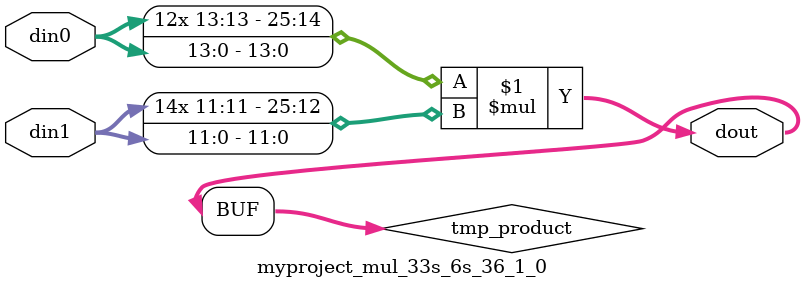
<source format=v>

`timescale 1 ns / 1 ps

  module myproject_mul_33s_6s_36_1_0(din0, din1, dout);
parameter ID = 1;
parameter NUM_STAGE = 0;
parameter din0_WIDTH = 14;
parameter din1_WIDTH = 12;
parameter dout_WIDTH = 26;

input [din0_WIDTH - 1 : 0] din0; 
input [din1_WIDTH - 1 : 0] din1; 
output [dout_WIDTH - 1 : 0] dout;

wire signed [dout_WIDTH - 1 : 0] tmp_product;













assign tmp_product = $signed(din0) * $signed(din1);








assign dout = tmp_product;







endmodule

</source>
